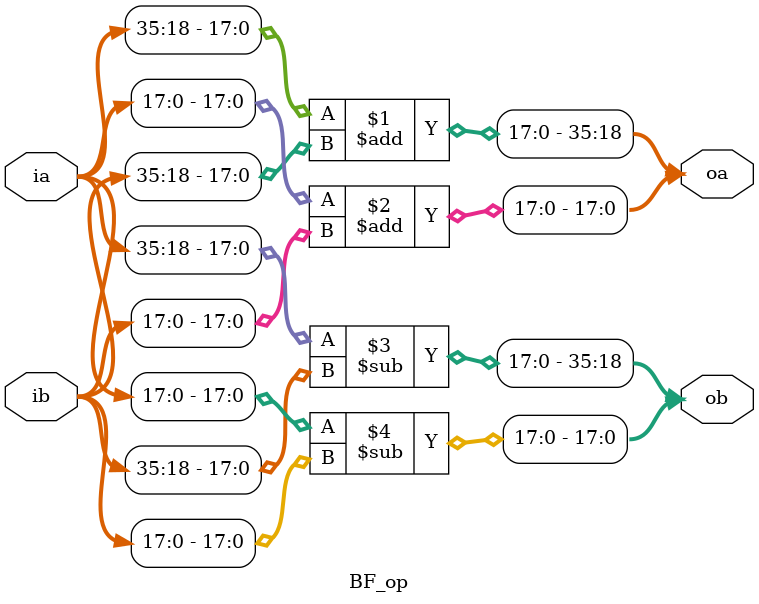
<source format=v>

`timescale 1ns/100ps

module BF_op #( 
	parameter  REAL_WIDTH = 18,
	parameter  IMGN_WIDTH = 18,
	localparam CPLX_WIDTH = REAL_WIDTH + IMGN_WIDTH
) (
	input  [CPLX_WIDTH - 1 : 0] ia,
	input  [CPLX_WIDTH - 1 : 0] ib,
	output [CPLX_WIDTH - 1 : 0] oa,
	output [CPLX_WIDTH - 1 : 0] ob
);

assign oa[CPLX_WIDTH-1:REAL_WIDTH] = $signed(ia[CPLX_WIDTH-1:REAL_WIDTH]) + $signed(ib[CPLX_WIDTH-1:REAL_WIDTH]);
assign oa[IMGN_WIDTH-1:0]          = $signed(ia[IMGN_WIDTH-1:0])          + $signed(ib[IMGN_WIDTH-1:0]);

assign ob[CPLX_WIDTH-1:REAL_WIDTH] = $signed(ia[CPLX_WIDTH-1:REAL_WIDTH]) - $signed(ib[CPLX_WIDTH-1:REAL_WIDTH]);
assign ob[IMGN_WIDTH-1:0]          = $signed(ia[IMGN_WIDTH-1:0])          - $signed(ib[IMGN_WIDTH-1:0]);

endmodule

</source>
